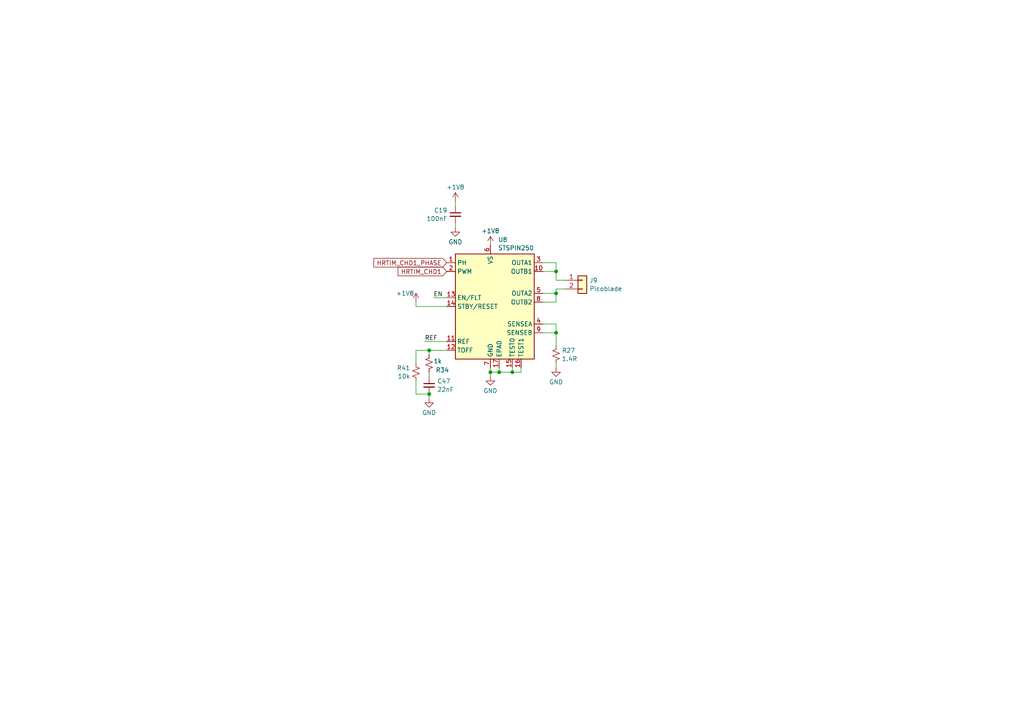
<source format=kicad_sch>
(kicad_sch (version 20230121) (generator eeschema)

  (uuid 061d1dac-13ef-4e74-8fff-89726c2aa872)

  (paper "A4")

  (lib_symbols
    (symbol "Connector_Generic:Conn_01x02" (pin_names (offset 1.016) hide) (in_bom yes) (on_board yes)
      (property "Reference" "J" (at 0 2.54 0)
        (effects (font (size 1.27 1.27)))
      )
      (property "Value" "Conn_01x02" (at 0 -5.08 0)
        (effects (font (size 1.27 1.27)))
      )
      (property "Footprint" "" (at 0 0 0)
        (effects (font (size 1.27 1.27)) hide)
      )
      (property "Datasheet" "~" (at 0 0 0)
        (effects (font (size 1.27 1.27)) hide)
      )
      (property "ki_keywords" "connector" (at 0 0 0)
        (effects (font (size 1.27 1.27)) hide)
      )
      (property "ki_description" "Generic connector, single row, 01x02, script generated (kicad-library-utils/schlib/autogen/connector/)" (at 0 0 0)
        (effects (font (size 1.27 1.27)) hide)
      )
      (property "ki_fp_filters" "Connector*:*_1x??_*" (at 0 0 0)
        (effects (font (size 1.27 1.27)) hide)
      )
      (symbol "Conn_01x02_1_1"
        (rectangle (start -1.27 -2.413) (end 0 -2.667)
          (stroke (width 0.1524) (type default))
          (fill (type none))
        )
        (rectangle (start -1.27 0.127) (end 0 -0.127)
          (stroke (width 0.1524) (type default))
          (fill (type none))
        )
        (rectangle (start -1.27 1.27) (end 1.27 -3.81)
          (stroke (width 0.254) (type default))
          (fill (type background))
        )
        (pin passive line (at -5.08 0 0) (length 3.81)
          (name "Pin_1" (effects (font (size 1.27 1.27))))
          (number "1" (effects (font (size 1.27 1.27))))
        )
        (pin passive line (at -5.08 -2.54 0) (length 3.81)
          (name "Pin_2" (effects (font (size 1.27 1.27))))
          (number "2" (effects (font (size 1.27 1.27))))
        )
      )
    )
    (symbol "Device:C_Small" (pin_numbers hide) (pin_names (offset 0.254) hide) (in_bom yes) (on_board yes)
      (property "Reference" "C" (at 0.254 1.778 0)
        (effects (font (size 1.27 1.27)) (justify left))
      )
      (property "Value" "C_Small" (at 0.254 -2.032 0)
        (effects (font (size 1.27 1.27)) (justify left))
      )
      (property "Footprint" "" (at 0 0 0)
        (effects (font (size 1.27 1.27)) hide)
      )
      (property "Datasheet" "~" (at 0 0 0)
        (effects (font (size 1.27 1.27)) hide)
      )
      (property "ki_keywords" "capacitor cap" (at 0 0 0)
        (effects (font (size 1.27 1.27)) hide)
      )
      (property "ki_description" "Unpolarized capacitor, small symbol" (at 0 0 0)
        (effects (font (size 1.27 1.27)) hide)
      )
      (property "ki_fp_filters" "C_*" (at 0 0 0)
        (effects (font (size 1.27 1.27)) hide)
      )
      (symbol "C_Small_0_1"
        (polyline
          (pts
            (xy -1.524 -0.508)
            (xy 1.524 -0.508)
          )
          (stroke (width 0.3302) (type default))
          (fill (type none))
        )
        (polyline
          (pts
            (xy -1.524 0.508)
            (xy 1.524 0.508)
          )
          (stroke (width 0.3048) (type default))
          (fill (type none))
        )
      )
      (symbol "C_Small_1_1"
        (pin passive line (at 0 2.54 270) (length 2.032)
          (name "~" (effects (font (size 1.27 1.27))))
          (number "1" (effects (font (size 1.27 1.27))))
        )
        (pin passive line (at 0 -2.54 90) (length 2.032)
          (name "~" (effects (font (size 1.27 1.27))))
          (number "2" (effects (font (size 1.27 1.27))))
        )
      )
    )
    (symbol "Device:R_Small_US" (pin_numbers hide) (pin_names (offset 0.254) hide) (in_bom yes) (on_board yes)
      (property "Reference" "R" (at 0.762 0.508 0)
        (effects (font (size 1.27 1.27)) (justify left))
      )
      (property "Value" "R_Small_US" (at 0.762 -1.016 0)
        (effects (font (size 1.27 1.27)) (justify left))
      )
      (property "Footprint" "" (at 0 0 0)
        (effects (font (size 1.27 1.27)) hide)
      )
      (property "Datasheet" "~" (at 0 0 0)
        (effects (font (size 1.27 1.27)) hide)
      )
      (property "ki_keywords" "r resistor" (at 0 0 0)
        (effects (font (size 1.27 1.27)) hide)
      )
      (property "ki_description" "Resistor, small US symbol" (at 0 0 0)
        (effects (font (size 1.27 1.27)) hide)
      )
      (property "ki_fp_filters" "R_*" (at 0 0 0)
        (effects (font (size 1.27 1.27)) hide)
      )
      (symbol "R_Small_US_1_1"
        (polyline
          (pts
            (xy 0 0)
            (xy 1.016 -0.381)
            (xy 0 -0.762)
            (xy -1.016 -1.143)
            (xy 0 -1.524)
          )
          (stroke (width 0) (type default))
          (fill (type none))
        )
        (polyline
          (pts
            (xy 0 1.524)
            (xy 1.016 1.143)
            (xy 0 0.762)
            (xy -1.016 0.381)
            (xy 0 0)
          )
          (stroke (width 0) (type default))
          (fill (type none))
        )
        (pin passive line (at 0 2.54 270) (length 1.016)
          (name "~" (effects (font (size 1.27 1.27))))
          (number "1" (effects (font (size 1.27 1.27))))
        )
        (pin passive line (at 0 -2.54 90) (length 1.016)
          (name "~" (effects (font (size 1.27 1.27))))
          (number "2" (effects (font (size 1.27 1.27))))
        )
      )
    )
    (symbol "components_2:STSPIN250" (in_bom yes) (on_board yes)
      (property "Reference" "U" (at 6.35 21.59 0)
        (effects (font (size 1.27 1.27)))
      )
      (property "Value" "STSPIN250" (at 11.43 19.05 0)
        (effects (font (size 1.27 1.27)))
      )
      (property "Footprint" "" (at 0 24.13 0)
        (effects (font (size 1.27 1.27)) hide)
      )
      (property "Datasheet" "" (at 0 24.13 0)
        (effects (font (size 1.27 1.27)) hide)
      )
      (symbol "STSPIN250_0_1"
        (rectangle (start -10.16 15.24) (end 12.7 -15.24)
          (stroke (width 0.254) (type default))
          (fill (type background))
        )
      )
      (symbol "STSPIN250_1_1"
        (pin input line (at -12.7 12.7 0) (length 2.54)
          (name "PH" (effects (font (size 1.27 1.27))))
          (number "1" (effects (font (size 1.27 1.27))))
        )
        (pin power_out line (at 15.24 10.16 180) (length 2.54)
          (name "OUTB1" (effects (font (size 1.27 1.27))))
          (number "10" (effects (font (size 1.27 1.27))))
        )
        (pin input line (at -12.7 -10.16 0) (length 2.54)
          (name "REF" (effects (font (size 1.27 1.27))))
          (number "11" (effects (font (size 1.27 1.27))))
        )
        (pin input line (at -12.7 -12.7 0) (length 2.54)
          (name "TOFF" (effects (font (size 1.27 1.27))))
          (number "12" (effects (font (size 1.27 1.27))))
        )
        (pin bidirectional line (at -12.7 2.54 0) (length 2.54)
          (name "EN/FLT" (effects (font (size 1.27 1.27))))
          (number "13" (effects (font (size 1.27 1.27))))
        )
        (pin input line (at -12.7 0 0) (length 2.54)
          (name "STBY/RESET" (effects (font (size 1.27 1.27))))
          (number "14" (effects (font (size 1.27 1.27))))
        )
        (pin input line (at 6.35 -17.78 90) (length 2.54)
          (name "TEST0" (effects (font (size 1.27 1.27))))
          (number "15" (effects (font (size 1.27 1.27))))
        )
        (pin input line (at 8.89 -17.78 90) (length 2.54)
          (name "TEST1" (effects (font (size 1.27 1.27))))
          (number "16" (effects (font (size 1.27 1.27))))
        )
        (pin power_in line (at 2.54 -17.78 90) (length 2.54)
          (name "EPAD" (effects (font (size 1.27 1.27))))
          (number "17" (effects (font (size 1.27 1.27))))
        )
        (pin input line (at -12.7 10.16 0) (length 2.54)
          (name "PWM" (effects (font (size 1.27 1.27))))
          (number "2" (effects (font (size 1.27 1.27))))
        )
        (pin power_out line (at 15.24 12.7 180) (length 2.54)
          (name "OUTA1" (effects (font (size 1.27 1.27))))
          (number "3" (effects (font (size 1.27 1.27))))
        )
        (pin power_out line (at 15.24 -5.08 180) (length 2.54)
          (name "SENSEA" (effects (font (size 1.27 1.27))))
          (number "4" (effects (font (size 1.27 1.27))))
        )
        (pin power_out line (at 15.24 3.81 180) (length 2.54)
          (name "OUTA2" (effects (font (size 1.27 1.27))))
          (number "5" (effects (font (size 1.27 1.27))))
        )
        (pin power_in line (at 0 17.78 270) (length 2.54)
          (name "VS" (effects (font (size 1.27 1.27))))
          (number "6" (effects (font (size 1.27 1.27))))
        )
        (pin power_in line (at 0 -17.78 90) (length 2.54)
          (name "GND" (effects (font (size 1.27 1.27))))
          (number "7" (effects (font (size 1.27 1.27))))
        )
        (pin power_out line (at 15.24 1.27 180) (length 2.54)
          (name "OUTB2" (effects (font (size 1.27 1.27))))
          (number "8" (effects (font (size 1.27 1.27))))
        )
        (pin power_out line (at 15.24 -7.62 180) (length 2.54)
          (name "SENSEB" (effects (font (size 1.27 1.27))))
          (number "9" (effects (font (size 1.27 1.27))))
        )
      )
    )
    (symbol "power:+1V8" (power) (pin_names (offset 0)) (in_bom yes) (on_board yes)
      (property "Reference" "#PWR" (at 0 -3.81 0)
        (effects (font (size 1.27 1.27)) hide)
      )
      (property "Value" "+1V8" (at 0 3.556 0)
        (effects (font (size 1.27 1.27)))
      )
      (property "Footprint" "" (at 0 0 0)
        (effects (font (size 1.27 1.27)) hide)
      )
      (property "Datasheet" "" (at 0 0 0)
        (effects (font (size 1.27 1.27)) hide)
      )
      (property "ki_keywords" "global power" (at 0 0 0)
        (effects (font (size 1.27 1.27)) hide)
      )
      (property "ki_description" "Power symbol creates a global label with name \"+1V8\"" (at 0 0 0)
        (effects (font (size 1.27 1.27)) hide)
      )
      (symbol "+1V8_0_1"
        (polyline
          (pts
            (xy -0.762 1.27)
            (xy 0 2.54)
          )
          (stroke (width 0) (type default))
          (fill (type none))
        )
        (polyline
          (pts
            (xy 0 0)
            (xy 0 2.54)
          )
          (stroke (width 0) (type default))
          (fill (type none))
        )
        (polyline
          (pts
            (xy 0 2.54)
            (xy 0.762 1.27)
          )
          (stroke (width 0) (type default))
          (fill (type none))
        )
      )
      (symbol "+1V8_1_1"
        (pin power_in line (at 0 0 90) (length 0) hide
          (name "+1V8" (effects (font (size 1.27 1.27))))
          (number "1" (effects (font (size 1.27 1.27))))
        )
      )
    )
    (symbol "power:GND" (power) (pin_names (offset 0)) (in_bom yes) (on_board yes)
      (property "Reference" "#PWR" (at 0 -6.35 0)
        (effects (font (size 1.27 1.27)) hide)
      )
      (property "Value" "GND" (at 0 -3.81 0)
        (effects (font (size 1.27 1.27)))
      )
      (property "Footprint" "" (at 0 0 0)
        (effects (font (size 1.27 1.27)) hide)
      )
      (property "Datasheet" "" (at 0 0 0)
        (effects (font (size 1.27 1.27)) hide)
      )
      (property "ki_keywords" "global power" (at 0 0 0)
        (effects (font (size 1.27 1.27)) hide)
      )
      (property "ki_description" "Power symbol creates a global label with name \"GND\" , ground" (at 0 0 0)
        (effects (font (size 1.27 1.27)) hide)
      )
      (symbol "GND_0_1"
        (polyline
          (pts
            (xy 0 0)
            (xy 0 -1.27)
            (xy 1.27 -1.27)
            (xy 0 -2.54)
            (xy -1.27 -1.27)
            (xy 0 -1.27)
          )
          (stroke (width 0) (type default))
          (fill (type none))
        )
      )
      (symbol "GND_1_1"
        (pin power_in line (at 0 0 270) (length 0) hide
          (name "GND" (effects (font (size 1.27 1.27))))
          (number "1" (effects (font (size 1.27 1.27))))
        )
      )
    )
  )

  (junction (at 161.29 85.09) (diameter 0) (color 0 0 0 0)
    (uuid 00bff86d-15f3-4caf-ab15-0b344e4bfc28)
  )
  (junction (at 161.29 96.52) (diameter 0) (color 0 0 0 0)
    (uuid 247c375d-dfd0-44d8-b620-e69e8d24488f)
  )
  (junction (at 124.46 101.6) (diameter 0) (color 0 0 0 0)
    (uuid 35a114bd-5b50-430a-a375-b0934dfffbba)
  )
  (junction (at 144.78 107.95) (diameter 0) (color 0 0 0 0)
    (uuid 382185ad-532e-4416-a4aa-c830e3902308)
  )
  (junction (at 161.29 78.74) (diameter 0) (color 0 0 0 0)
    (uuid 5254d6b6-a701-45d5-b10e-036e0c88c999)
  )
  (junction (at 124.46 114.3) (diameter 0) (color 0 0 0 0)
    (uuid 5a103096-edbd-45db-85aa-47a87f1028b8)
  )
  (junction (at 148.59 107.95) (diameter 0) (color 0 0 0 0)
    (uuid 77996858-584c-4e46-9fe7-a8c808197c2b)
  )
  (junction (at 142.24 107.95) (diameter 0) (color 0 0 0 0)
    (uuid b0fac499-5f09-491e-ad10-2c2a20081641)
  )

  (wire (pts (xy 161.29 96.52) (xy 161.29 100.33))
    (stroke (width 0) (type default))
    (uuid 0146f9f8-5cf6-4e67-9724-58f2b019500d)
  )
  (wire (pts (xy 132.08 58.42) (xy 132.08 59.69))
    (stroke (width 0) (type default))
    (uuid 01641772-4b1c-4d22-9859-392bd55d47b2)
  )
  (wire (pts (xy 161.29 93.98) (xy 161.29 96.52))
    (stroke (width 0) (type default))
    (uuid 05907b0b-f03e-4891-8fdf-6657b230eb68)
  )
  (wire (pts (xy 144.78 107.95) (xy 148.59 107.95))
    (stroke (width 0) (type default))
    (uuid 082753a2-ba0c-4665-a74e-8d5a94e474dd)
  )
  (wire (pts (xy 161.29 78.74) (xy 161.29 81.28))
    (stroke (width 0) (type default))
    (uuid 0b09bafa-a13e-4eed-b8dd-f2876a8ed19a)
  )
  (wire (pts (xy 161.29 83.82) (xy 161.29 85.09))
    (stroke (width 0) (type default))
    (uuid 112cd879-081b-4a55-9c24-9de8f6857ded)
  )
  (wire (pts (xy 151.13 107.95) (xy 151.13 106.68))
    (stroke (width 0) (type default))
    (uuid 268d6d92-7210-4270-a089-a1e8895065cb)
  )
  (wire (pts (xy 144.78 107.95) (xy 144.78 106.68))
    (stroke (width 0) (type default))
    (uuid 3115bc8c-57bd-491e-9172-39d96fe14462)
  )
  (wire (pts (xy 148.59 107.95) (xy 148.59 106.68))
    (stroke (width 0) (type default))
    (uuid 32d8cf2f-b744-4464-9c43-1be9d2eddf52)
  )
  (wire (pts (xy 148.59 107.95) (xy 151.13 107.95))
    (stroke (width 0) (type default))
    (uuid 39a13d48-276f-4003-90b8-87b2a188fc39)
  )
  (wire (pts (xy 142.24 107.95) (xy 142.24 109.22))
    (stroke (width 0) (type default))
    (uuid 4282db5c-6948-40c7-83e8-e8e5124ec6a7)
  )
  (wire (pts (xy 120.65 101.6) (xy 120.65 105.41))
    (stroke (width 0) (type default))
    (uuid 48acfd6d-9cc5-4285-9f59-7fd08222bfb3)
  )
  (wire (pts (xy 120.65 114.3) (xy 124.46 114.3))
    (stroke (width 0) (type default))
    (uuid 49243037-d8f7-4da6-a26d-61d034443a50)
  )
  (wire (pts (xy 161.29 76.2) (xy 161.29 78.74))
    (stroke (width 0) (type default))
    (uuid 5118cc3d-c455-4176-841a-876bc9f6ba8c)
  )
  (wire (pts (xy 124.46 101.6) (xy 129.54 101.6))
    (stroke (width 0) (type default))
    (uuid 757b4e35-42f4-45de-8177-13f021c4cd96)
  )
  (wire (pts (xy 161.29 105.41) (xy 161.29 106.68))
    (stroke (width 0) (type default))
    (uuid 7aa830fb-0fee-49b7-a805-d0b72b71bab5)
  )
  (wire (pts (xy 157.48 96.52) (xy 161.29 96.52))
    (stroke (width 0) (type default))
    (uuid 88e80ef8-d6bf-4108-8279-e319665d0a9b)
  )
  (wire (pts (xy 157.48 76.2) (xy 161.29 76.2))
    (stroke (width 0) (type default))
    (uuid 8dfee55a-8cf6-4cf0-bb9b-684746679b60)
  )
  (wire (pts (xy 125.73 86.36) (xy 129.54 86.36))
    (stroke (width 0) (type default))
    (uuid 8f0b66c5-9310-4096-8e7e-6e4f629dfaa6)
  )
  (wire (pts (xy 161.29 81.28) (xy 163.83 81.28))
    (stroke (width 0) (type default))
    (uuid 9e49eb93-54d1-49aa-8f18-2efb050ca847)
  )
  (wire (pts (xy 120.65 88.9) (xy 129.54 88.9))
    (stroke (width 0) (type default))
    (uuid a013f045-412d-4d60-a1ff-dfc813404d8d)
  )
  (wire (pts (xy 124.46 107.95) (xy 124.46 109.22))
    (stroke (width 0) (type default))
    (uuid a2c92123-49d7-4aff-8602-5427dae7fef1)
  )
  (wire (pts (xy 157.48 93.98) (xy 161.29 93.98))
    (stroke (width 0) (type default))
    (uuid a86778ef-72dc-4cbd-879f-244b0b188858)
  )
  (wire (pts (xy 123.19 99.06) (xy 129.54 99.06))
    (stroke (width 0) (type default))
    (uuid ac02db8c-5519-4ebc-b575-510296a09e0d)
  )
  (wire (pts (xy 161.29 85.09) (xy 157.48 85.09))
    (stroke (width 0) (type default))
    (uuid ad0c563a-38d1-4618-a761-62a6c5b94cfa)
  )
  (wire (pts (xy 124.46 101.6) (xy 124.46 102.87))
    (stroke (width 0) (type default))
    (uuid b3490822-552c-4594-8999-6cf76e5d566c)
  )
  (wire (pts (xy 132.08 64.77) (xy 132.08 66.04))
    (stroke (width 0) (type default))
    (uuid be2e38c3-2234-4e4a-ba3d-fc84813546d3)
  )
  (wire (pts (xy 157.48 87.63) (xy 161.29 87.63))
    (stroke (width 0) (type default))
    (uuid c8858535-4ffa-4878-9793-3f1251f12d30)
  )
  (wire (pts (xy 120.65 87.63) (xy 120.65 88.9))
    (stroke (width 0) (type default))
    (uuid cd1df95e-a40e-43cb-b2e4-84e1a30acf6d)
  )
  (wire (pts (xy 161.29 85.09) (xy 161.29 87.63))
    (stroke (width 0) (type default))
    (uuid cfc463a8-0766-4c38-8970-08f301dc2efa)
  )
  (wire (pts (xy 163.83 83.82) (xy 161.29 83.82))
    (stroke (width 0) (type default))
    (uuid d50b6b1d-053d-4306-9637-7b0713f058bb)
  )
  (wire (pts (xy 124.46 115.57) (xy 124.46 114.3))
    (stroke (width 0) (type default))
    (uuid d7ddc62a-020a-42fb-8456-5b5abbc9d290)
  )
  (wire (pts (xy 142.24 107.95) (xy 144.78 107.95))
    (stroke (width 0) (type default))
    (uuid deeef813-6653-4e9c-970e-c1d6c0ff9821)
  )
  (wire (pts (xy 120.65 101.6) (xy 124.46 101.6))
    (stroke (width 0) (type default))
    (uuid e9c572fc-9e65-49af-ab9a-d4581a00474f)
  )
  (wire (pts (xy 157.48 78.74) (xy 161.29 78.74))
    (stroke (width 0) (type default))
    (uuid f7f5d52e-cfbd-463c-9d07-a923460f885c)
  )
  (wire (pts (xy 120.65 110.49) (xy 120.65 114.3))
    (stroke (width 0) (type default))
    (uuid fd2716d4-e3d6-4529-91a0-55eac91f1716)
  )
  (wire (pts (xy 142.24 106.68) (xy 142.24 107.95))
    (stroke (width 0) (type default))
    (uuid ffa57a52-8944-4011-a006-83c9a7ce46df)
  )

  (label "EN" (at 125.73 86.36 0) (fields_autoplaced)
    (effects (font (size 1.27 1.27)) (justify left bottom))
    (uuid 1beed377-2197-4957-9013-8e30e59d5db7)
  )
  (label "REF" (at 123.19 99.06 0) (fields_autoplaced)
    (effects (font (size 1.27 1.27)) (justify left bottom))
    (uuid 2b11287f-d2b1-4661-9b25-56ed723398a7)
  )

  (global_label "HRTIM_CHD1_PHASE" (shape input) (at 129.54 76.2 180) (fields_autoplaced)
    (effects (font (size 1.27 1.27)) (justify right))
    (uuid b207a61c-1562-4c15-b2aa-ffb3dbccaa31)
    (property "Intersheetrefs" "${INTERSHEET_REFS}" (at 107.8677 76.2 0)
      (effects (font (size 1.27 1.27)) (justify right) hide)
    )
  )
  (global_label "HRTIM_CHD1" (shape input) (at 129.54 78.74 180) (fields_autoplaced)
    (effects (font (size 1.27 1.27)) (justify right))
    (uuid b6fb175e-f789-4c41-9814-c4854a33552c)
    (property "Intersheetrefs" "${INTERSHEET_REFS}" (at 114.8829 78.74 0)
      (effects (font (size 1.27 1.27)) (justify right) hide)
    )
  )

  (symbol (lib_id "Device:C_Small") (at 124.46 111.76 0) (unit 1)
    (in_bom yes) (on_board yes) (dnp no)
    (uuid 1108b304-1478-4d00-8c09-93600b555d62)
    (property "Reference" "C47" (at 126.7841 110.5542 0)
      (effects (font (size 1.27 1.27)) (justify left))
    )
    (property "Value" "22nF" (at 126.7841 112.9784 0)
      (effects (font (size 1.27 1.27)) (justify left))
    )
    (property "Footprint" "Capacitor_SMD:C_0402_1005Metric" (at 124.46 111.76 0)
      (effects (font (size 1.27 1.27)) hide)
    )
    (property "Datasheet" "~" (at 124.46 111.76 0)
      (effects (font (size 1.27 1.27)) hide)
    )
    (property "LCSC" "C1532" (at 124.46 111.76 0)
      (effects (font (size 1.27 1.27)) hide)
    )
    (pin "1" (uuid d8d1d52b-146d-44ca-acb9-692272bd9305))
    (pin "2" (uuid 28bab39e-dab1-4eb7-bc68-53a6c9e6e4d6))
    (instances
      (project "KASM_PCB_REV1"
        (path "/bcd76057-59fd-41c5-bb52-9bafb2ef74e0/04e958db-aa3d-41e7-905b-1283accbf3a5"
          (reference "C47") (unit 1)
        )
        (path "/bcd76057-59fd-41c5-bb52-9bafb2ef74e0/04e958db-aa3d-41e7-905b-1283accbf3a5/399e6c3a-0d0b-468a-ae13-d28366d5382d"
          (reference "C47") (unit 1)
        )
        (path "/bcd76057-59fd-41c5-bb52-9bafb2ef74e0/04e958db-aa3d-41e7-905b-1283accbf3a5/4a45777b-02b0-4805-b528-0292eba7c68d"
          (reference "C95") (unit 1)
        )
      )
    )
  )

  (symbol (lib_id "components_2:STSPIN250") (at 142.24 88.9 0) (unit 1)
    (in_bom yes) (on_board yes) (dnp no) (fields_autoplaced)
    (uuid 359dab43-1b20-4d27-9494-d47f823a8379)
    (property "Reference" "U8" (at 144.4341 69.5157 0)
      (effects (font (size 1.27 1.27)) (justify left))
    )
    (property "Value" "STSPIN250" (at 144.4341 71.9399 0)
      (effects (font (size 1.27 1.27)) (justify left))
    )
    (property "Footprint" "Ultra_librarian:VFQFPN16_STSPIN_STM" (at 142.24 64.77 0)
      (effects (font (size 1.27 1.27)) hide)
    )
    (property "Datasheet" "" (at 142.24 64.77 0)
      (effects (font (size 1.27 1.27)) hide)
    )
    (property "LCSC" "C155561" (at 142.24 88.9 0)
      (effects (font (size 1.27 1.27)) hide)
    )
    (pin "1" (uuid 0e947ec8-e64d-42a7-99e6-9bae1d87e008))
    (pin "10" (uuid 0557f049-5d70-44dd-908b-1eff7fe77d33))
    (pin "11" (uuid be2bc9be-a9fa-4e21-b42f-00f8eb103f11))
    (pin "12" (uuid c9233b08-fe7e-4fff-aceb-b71eb9ab25bc))
    (pin "13" (uuid 099c87ed-9409-42b6-8e3c-b9d87a93003f))
    (pin "14" (uuid 0f3d47c2-b43f-466d-adcb-2efccbf6bc5d))
    (pin "15" (uuid 71900961-63ee-40fa-a330-0cb7174329ae))
    (pin "16" (uuid 9b6039a2-6337-41c7-bf95-0b4bc01a62a6))
    (pin "17" (uuid e98062f7-6310-419f-ad07-081bd156c85f))
    (pin "2" (uuid 7080c77b-2fa2-4c75-88cd-477b98d0b1ac))
    (pin "3" (uuid c0a61cc5-7ff2-4e47-80b4-e498a0b6db24))
    (pin "4" (uuid f1ef8041-86de-41c6-8333-717162342586))
    (pin "5" (uuid caa8c98e-8c65-4e39-b1cc-00346a28c0f7))
    (pin "6" (uuid 46c3bc3b-0267-4cfa-b26c-39edb61e56c5))
    (pin "7" (uuid e4d46b6b-73b0-47bf-8c00-e46d34dacfd9))
    (pin "8" (uuid f5c348af-f2b5-425b-b1a6-8d269247282c))
    (pin "9" (uuid 8535e422-bd16-4e98-a5be-564324c625de))
    (instances
      (project "KASM_PCB_REV1"
        (path "/bcd76057-59fd-41c5-bb52-9bafb2ef74e0/04e958db-aa3d-41e7-905b-1283accbf3a5"
          (reference "U8") (unit 1)
        )
        (path "/bcd76057-59fd-41c5-bb52-9bafb2ef74e0/04e958db-aa3d-41e7-905b-1283accbf3a5/399e6c3a-0d0b-468a-ae13-d28366d5382d"
          (reference "U5") (unit 1)
        )
        (path "/bcd76057-59fd-41c5-bb52-9bafb2ef74e0/04e958db-aa3d-41e7-905b-1283accbf3a5/4a45777b-02b0-4805-b528-0292eba7c68d"
          (reference "U8") (unit 1)
        )
      )
    )
  )

  (symbol (lib_id "Connector_Generic:Conn_01x02") (at 168.91 81.28 0) (unit 1)
    (in_bom yes) (on_board yes) (dnp no) (fields_autoplaced)
    (uuid 37c543f8-9004-45a8-b696-0277375be12c)
    (property "Reference" "J9" (at 170.942 81.3379 0)
      (effects (font (size 1.27 1.27)) (justify left))
    )
    (property "Value" "Picoblade" (at 170.942 83.7621 0)
      (effects (font (size 1.27 1.27)) (justify left))
    )
    (property "Footprint" "Connector_Molex:Molex_PicoBlade_53047-0210_1x02_P1.25mm_Vertical" (at 168.91 81.28 0)
      (effects (font (size 1.27 1.27)) hide)
    )
    (property "Datasheet" "~" (at 168.91 81.28 0)
      (effects (font (size 1.27 1.27)) hide)
    )
    (pin "1" (uuid 965aff88-101b-49a6-ad97-026785c02113))
    (pin "2" (uuid a610a6f0-73a5-40c5-b8b4-db76c2676485))
    (instances
      (project "KASM_PCB_REV1"
        (path "/bcd76057-59fd-41c5-bb52-9bafb2ef74e0/04e958db-aa3d-41e7-905b-1283accbf3a5"
          (reference "J9") (unit 1)
        )
        (path "/bcd76057-59fd-41c5-bb52-9bafb2ef74e0/04e958db-aa3d-41e7-905b-1283accbf3a5/399e6c3a-0d0b-468a-ae13-d28366d5382d"
          (reference "J9") (unit 1)
        )
        (path "/bcd76057-59fd-41c5-bb52-9bafb2ef74e0/04e958db-aa3d-41e7-905b-1283accbf3a5/4a45777b-02b0-4805-b528-0292eba7c68d"
          (reference "J35") (unit 1)
        )
      )
    )
  )

  (symbol (lib_id "power:+1V8") (at 142.24 71.12 0) (unit 1)
    (in_bom yes) (on_board yes) (dnp no) (fields_autoplaced)
    (uuid 41195bff-7156-47c3-8d43-3e6c543bfe83)
    (property "Reference" "#PWR030" (at 142.24 74.93 0)
      (effects (font (size 1.27 1.27)) hide)
    )
    (property "Value" "+1V8" (at 142.24 66.9869 0)
      (effects (font (size 1.27 1.27)))
    )
    (property "Footprint" "" (at 142.24 71.12 0)
      (effects (font (size 1.27 1.27)) hide)
    )
    (property "Datasheet" "" (at 142.24 71.12 0)
      (effects (font (size 1.27 1.27)) hide)
    )
    (pin "1" (uuid acbdc44e-8648-4902-8a70-2f3a272322fd))
    (instances
      (project "KASM_PCB_REV1"
        (path "/bcd76057-59fd-41c5-bb52-9bafb2ef74e0/9f28d78d-ca42-4041-9be6-b996c46b4a0a"
          (reference "#PWR030") (unit 1)
        )
        (path "/bcd76057-59fd-41c5-bb52-9bafb2ef74e0/04e958db-aa3d-41e7-905b-1283accbf3a5"
          (reference "#PWR081") (unit 1)
        )
        (path "/bcd76057-59fd-41c5-bb52-9bafb2ef74e0/04e958db-aa3d-41e7-905b-1283accbf3a5/399e6c3a-0d0b-468a-ae13-d28366d5382d"
          (reference "#PWR075") (unit 1)
        )
        (path "/bcd76057-59fd-41c5-bb52-9bafb2ef74e0/04e958db-aa3d-41e7-905b-1283accbf3a5/4a45777b-02b0-4805-b528-0292eba7c68d"
          (reference "#PWR0258") (unit 1)
        )
      )
    )
  )

  (symbol (lib_id "Device:R_Small_US") (at 124.46 105.41 0) (mirror y) (unit 1)
    (in_bom yes) (on_board yes) (dnp no)
    (uuid 49d7222d-23ae-4ce1-8ddc-900275fd2bbe)
    (property "Reference" "R34" (at 126.365 107.315 0)
      (effects (font (size 1.27 1.27)) (justify right))
    )
    (property "Value" "1k" (at 125.73 104.775 0)
      (effects (font (size 1.27 1.27)) (justify right))
    )
    (property "Footprint" "Resistor_SMD:R_0402_1005Metric" (at 124.46 105.41 0)
      (effects (font (size 1.27 1.27)) hide)
    )
    (property "Datasheet" "~" (at 124.46 105.41 0)
      (effects (font (size 1.27 1.27)) hide)
    )
    (property "LCSC" "C11702" (at 124.46 105.41 0)
      (effects (font (size 1.27 1.27)) hide)
    )
    (pin "1" (uuid 153de49a-1dd2-44e8-8904-7b5ed2f35a50))
    (pin "2" (uuid cf603e21-6a30-4f6e-80ca-0361beec2ba8))
    (instances
      (project "KASM_PCB_REV1"
        (path "/bcd76057-59fd-41c5-bb52-9bafb2ef74e0/04e958db-aa3d-41e7-905b-1283accbf3a5"
          (reference "R34") (unit 1)
        )
        (path "/bcd76057-59fd-41c5-bb52-9bafb2ef74e0/04e958db-aa3d-41e7-905b-1283accbf3a5/399e6c3a-0d0b-468a-ae13-d28366d5382d"
          (reference "R34") (unit 1)
        )
        (path "/bcd76057-59fd-41c5-bb52-9bafb2ef74e0/04e958db-aa3d-41e7-905b-1283accbf3a5/4a45777b-02b0-4805-b528-0292eba7c68d"
          (reference "R109") (unit 1)
        )
      )
    )
  )

  (symbol (lib_id "power:GND") (at 132.08 66.04 0) (unit 1)
    (in_bom yes) (on_board yes) (dnp no)
    (uuid 53071a2b-ec48-4c2a-8b36-961ea7fd4de7)
    (property "Reference" "#PWR075" (at 132.08 72.39 0)
      (effects (font (size 1.27 1.27)) hide)
    )
    (property "Value" "GND" (at 132.08 70.1731 0)
      (effects (font (size 1.27 1.27)))
    )
    (property "Footprint" "" (at 132.08 66.04 0)
      (effects (font (size 1.27 1.27)) hide)
    )
    (property "Datasheet" "" (at 132.08 66.04 0)
      (effects (font (size 1.27 1.27)) hide)
    )
    (pin "1" (uuid c84be37c-a258-4b84-ab4b-3f276ccf1e8e))
    (instances
      (project "KASM_PCB_REV1"
        (path "/bcd76057-59fd-41c5-bb52-9bafb2ef74e0/04e958db-aa3d-41e7-905b-1283accbf3a5"
          (reference "#PWR075") (unit 1)
        )
        (path "/bcd76057-59fd-41c5-bb52-9bafb2ef74e0/04e958db-aa3d-41e7-905b-1283accbf3a5/399e6c3a-0d0b-468a-ae13-d28366d5382d"
          (reference "#PWR068") (unit 1)
        )
        (path "/bcd76057-59fd-41c5-bb52-9bafb2ef74e0/04e958db-aa3d-41e7-905b-1283accbf3a5/4a45777b-02b0-4805-b528-0292eba7c68d"
          (reference "#PWR0257") (unit 1)
        )
      )
    )
  )

  (symbol (lib_id "power:GND") (at 161.29 106.68 0) (unit 1)
    (in_bom yes) (on_board yes) (dnp no)
    (uuid 6e86975a-484f-4323-b2fd-dc1d4ea96304)
    (property "Reference" "#PWR095" (at 161.29 113.03 0)
      (effects (font (size 1.27 1.27)) hide)
    )
    (property "Value" "GND" (at 161.29 110.8131 0)
      (effects (font (size 1.27 1.27)))
    )
    (property "Footprint" "" (at 161.29 106.68 0)
      (effects (font (size 1.27 1.27)) hide)
    )
    (property "Datasheet" "" (at 161.29 106.68 0)
      (effects (font (size 1.27 1.27)) hide)
    )
    (pin "1" (uuid 8cbb8b00-ecd0-4f92-95d5-bd10756a2582))
    (instances
      (project "KASM_PCB_REV1"
        (path "/bcd76057-59fd-41c5-bb52-9bafb2ef74e0/04e958db-aa3d-41e7-905b-1283accbf3a5"
          (reference "#PWR095") (unit 1)
        )
        (path "/bcd76057-59fd-41c5-bb52-9bafb2ef74e0/04e958db-aa3d-41e7-905b-1283accbf3a5/399e6c3a-0d0b-468a-ae13-d28366d5382d"
          (reference "#PWR088") (unit 1)
        )
        (path "/bcd76057-59fd-41c5-bb52-9bafb2ef74e0/04e958db-aa3d-41e7-905b-1283accbf3a5/4a45777b-02b0-4805-b528-0292eba7c68d"
          (reference "#PWR0260") (unit 1)
        )
      )
    )
  )

  (symbol (lib_id "power:GND") (at 124.46 115.57 0) (unit 1)
    (in_bom yes) (on_board yes) (dnp no)
    (uuid 7237a239-a45e-4db5-afb0-a6d5bd7e8397)
    (property "Reference" "#PWR0109" (at 124.46 121.92 0)
      (effects (font (size 1.27 1.27)) hide)
    )
    (property "Value" "GND" (at 124.46 119.7031 0)
      (effects (font (size 1.27 1.27)))
    )
    (property "Footprint" "" (at 124.46 115.57 0)
      (effects (font (size 1.27 1.27)) hide)
    )
    (property "Datasheet" "" (at 124.46 115.57 0)
      (effects (font (size 1.27 1.27)) hide)
    )
    (pin "1" (uuid 1ea0094d-67d0-4256-976d-30be6571b3fa))
    (instances
      (project "KASM_PCB_REV1"
        (path "/bcd76057-59fd-41c5-bb52-9bafb2ef74e0/04e958db-aa3d-41e7-905b-1283accbf3a5"
          (reference "#PWR0109") (unit 1)
        )
        (path "/bcd76057-59fd-41c5-bb52-9bafb2ef74e0/04e958db-aa3d-41e7-905b-1283accbf3a5/399e6c3a-0d0b-468a-ae13-d28366d5382d"
          (reference "#PWR0102") (unit 1)
        )
        (path "/bcd76057-59fd-41c5-bb52-9bafb2ef74e0/04e958db-aa3d-41e7-905b-1283accbf3a5/4a45777b-02b0-4805-b528-0292eba7c68d"
          (reference "#PWR0262") (unit 1)
        )
      )
    )
  )

  (symbol (lib_id "power:+1V8") (at 132.08 58.42 0) (unit 1)
    (in_bom yes) (on_board yes) (dnp no) (fields_autoplaced)
    (uuid 81fdc696-9256-4208-b00b-cac017bcce3f)
    (property "Reference" "#PWR030" (at 132.08 62.23 0)
      (effects (font (size 1.27 1.27)) hide)
    )
    (property "Value" "+1V8" (at 132.08 54.2869 0)
      (effects (font (size 1.27 1.27)))
    )
    (property "Footprint" "" (at 132.08 58.42 0)
      (effects (font (size 1.27 1.27)) hide)
    )
    (property "Datasheet" "" (at 132.08 58.42 0)
      (effects (font (size 1.27 1.27)) hide)
    )
    (pin "1" (uuid 53dd0e98-6979-443f-b308-d0ada65319eb))
    (instances
      (project "KASM_PCB_REV1"
        (path "/bcd76057-59fd-41c5-bb52-9bafb2ef74e0/9f28d78d-ca42-4041-9be6-b996c46b4a0a"
          (reference "#PWR030") (unit 1)
        )
        (path "/bcd76057-59fd-41c5-bb52-9bafb2ef74e0/04e958db-aa3d-41e7-905b-1283accbf3a5"
          (reference "#PWR068") (unit 1)
        )
        (path "/bcd76057-59fd-41c5-bb52-9bafb2ef74e0/04e958db-aa3d-41e7-905b-1283accbf3a5/399e6c3a-0d0b-468a-ae13-d28366d5382d"
          (reference "#PWR023") (unit 1)
        )
        (path "/bcd76057-59fd-41c5-bb52-9bafb2ef74e0/04e958db-aa3d-41e7-905b-1283accbf3a5/4a45777b-02b0-4805-b528-0292eba7c68d"
          (reference "#PWR0109") (unit 1)
        )
      )
    )
  )

  (symbol (lib_id "power:GND") (at 142.24 109.22 0) (unit 1)
    (in_bom yes) (on_board yes) (dnp no) (fields_autoplaced)
    (uuid 881d80bc-9b13-4670-a422-cc1dc7bc2120)
    (property "Reference" "#PWR0102" (at 142.24 115.57 0)
      (effects (font (size 1.27 1.27)) hide)
    )
    (property "Value" "GND" (at 142.24 113.3531 0)
      (effects (font (size 1.27 1.27)))
    )
    (property "Footprint" "" (at 142.24 109.22 0)
      (effects (font (size 1.27 1.27)) hide)
    )
    (property "Datasheet" "" (at 142.24 109.22 0)
      (effects (font (size 1.27 1.27)) hide)
    )
    (pin "1" (uuid 769359c8-ee4d-42d4-a149-622e486442dc))
    (instances
      (project "KASM_PCB_REV1"
        (path "/bcd76057-59fd-41c5-bb52-9bafb2ef74e0/04e958db-aa3d-41e7-905b-1283accbf3a5"
          (reference "#PWR0102") (unit 1)
        )
        (path "/bcd76057-59fd-41c5-bb52-9bafb2ef74e0/04e958db-aa3d-41e7-905b-1283accbf3a5/399e6c3a-0d0b-468a-ae13-d28366d5382d"
          (reference "#PWR095") (unit 1)
        )
        (path "/bcd76057-59fd-41c5-bb52-9bafb2ef74e0/04e958db-aa3d-41e7-905b-1283accbf3a5/4a45777b-02b0-4805-b528-0292eba7c68d"
          (reference "#PWR0261") (unit 1)
        )
      )
    )
  )

  (symbol (lib_id "Device:R_Small_US") (at 161.29 102.87 0) (mirror y) (unit 1)
    (in_bom yes) (on_board yes) (dnp no)
    (uuid 8fe385fa-2702-459d-be6b-4f0278535d2c)
    (property "Reference" "R27" (at 162.941 101.6579 0)
      (effects (font (size 1.27 1.27)) (justify right))
    )
    (property "Value" "1.4R" (at 162.941 104.0821 0)
      (effects (font (size 1.27 1.27)) (justify right))
    )
    (property "Footprint" "Resistor_SMD:R_1206_3216Metric" (at 161.29 102.87 0)
      (effects (font (size 1.27 1.27)) hide)
    )
    (property "Datasheet" "~" (at 161.29 102.87 0)
      (effects (font (size 1.27 1.27)) hide)
    )
    (property "LCSC" "C305315" (at 161.29 102.87 0)
      (effects (font (size 1.27 1.27)) hide)
    )
    (pin "1" (uuid 3ad751b5-d7ff-4c93-92db-11da21b7f7c8))
    (pin "2" (uuid e2e13067-6596-4d79-bbd3-d4ecc4df8c72))
    (instances
      (project "KASM_PCB_REV1"
        (path "/bcd76057-59fd-41c5-bb52-9bafb2ef74e0/04e958db-aa3d-41e7-905b-1283accbf3a5"
          (reference "R27") (unit 1)
        )
        (path "/bcd76057-59fd-41c5-bb52-9bafb2ef74e0/04e958db-aa3d-41e7-905b-1283accbf3a5/399e6c3a-0d0b-468a-ae13-d28366d5382d"
          (reference "R27") (unit 1)
        )
        (path "/bcd76057-59fd-41c5-bb52-9bafb2ef74e0/04e958db-aa3d-41e7-905b-1283accbf3a5/4a45777b-02b0-4805-b528-0292eba7c68d"
          (reference "R108") (unit 1)
        )
      )
    )
  )

  (symbol (lib_id "power:+1V8") (at 120.65 87.63 0) (unit 1)
    (in_bom yes) (on_board yes) (dnp no)
    (uuid 9e8c5078-f69b-495b-a069-aa6226d084d7)
    (property "Reference" "#PWR030" (at 120.65 91.44 0)
      (effects (font (size 1.27 1.27)) hide)
    )
    (property "Value" "+1V8" (at 117.475 85.09 0)
      (effects (font (size 1.27 1.27)))
    )
    (property "Footprint" "" (at 120.65 87.63 0)
      (effects (font (size 1.27 1.27)) hide)
    )
    (property "Datasheet" "" (at 120.65 87.63 0)
      (effects (font (size 1.27 1.27)) hide)
    )
    (pin "1" (uuid 864b1340-b619-4d4c-9b2f-976b1c54cf3f))
    (instances
      (project "KASM_PCB_REV1"
        (path "/bcd76057-59fd-41c5-bb52-9bafb2ef74e0/9f28d78d-ca42-4041-9be6-b996c46b4a0a"
          (reference "#PWR030") (unit 1)
        )
        (path "/bcd76057-59fd-41c5-bb52-9bafb2ef74e0/04e958db-aa3d-41e7-905b-1283accbf3a5"
          (reference "#PWR088") (unit 1)
        )
        (path "/bcd76057-59fd-41c5-bb52-9bafb2ef74e0/04e958db-aa3d-41e7-905b-1283accbf3a5/399e6c3a-0d0b-468a-ae13-d28366d5382d"
          (reference "#PWR081") (unit 1)
        )
        (path "/bcd76057-59fd-41c5-bb52-9bafb2ef74e0/04e958db-aa3d-41e7-905b-1283accbf3a5/4a45777b-02b0-4805-b528-0292eba7c68d"
          (reference "#PWR0259") (unit 1)
        )
      )
    )
  )

  (symbol (lib_id "Device:C_Small") (at 132.08 62.23 0) (mirror y) (unit 1)
    (in_bom yes) (on_board yes) (dnp no)
    (uuid be7e503c-4b4c-40e1-a6fb-dac8a775c2d0)
    (property "Reference" "C19" (at 129.7559 61.0242 0)
      (effects (font (size 1.27 1.27)) (justify left))
    )
    (property "Value" "100nF" (at 129.7559 63.4484 0)
      (effects (font (size 1.27 1.27)) (justify left))
    )
    (property "Footprint" "Capacitor_SMD:C_0402_1005Metric" (at 132.08 62.23 0)
      (effects (font (size 1.27 1.27)) hide)
    )
    (property "Datasheet" "~" (at 132.08 62.23 0)
      (effects (font (size 1.27 1.27)) hide)
    )
    (property "LCSC" "C1525" (at 132.08 62.23 0)
      (effects (font (size 1.27 1.27)) hide)
    )
    (pin "1" (uuid 156adf81-a9d2-4cbf-910b-a32c85782fdc))
    (pin "2" (uuid 6f4a4fa2-e4f8-4563-bba2-9cfc3c6a6084))
    (instances
      (project "KASM_PCB_REV1"
        (path "/bcd76057-59fd-41c5-bb52-9bafb2ef74e0/9f28d78d-ca42-4041-9be6-b996c46b4a0a"
          (reference "C19") (unit 1)
        )
        (path "/bcd76057-59fd-41c5-bb52-9bafb2ef74e0/da6e1dd6-6549-4588-8765-3ff657cbe17b"
          (reference "C1") (unit 1)
        )
        (path "/bcd76057-59fd-41c5-bb52-9bafb2ef74e0/04e958db-aa3d-41e7-905b-1283accbf3a5"
          (reference "C41") (unit 1)
        )
        (path "/bcd76057-59fd-41c5-bb52-9bafb2ef74e0/04e958db-aa3d-41e7-905b-1283accbf3a5/399e6c3a-0d0b-468a-ae13-d28366d5382d"
          (reference "C41") (unit 1)
        )
        (path "/bcd76057-59fd-41c5-bb52-9bafb2ef74e0/04e958db-aa3d-41e7-905b-1283accbf3a5/4a45777b-02b0-4805-b528-0292eba7c68d"
          (reference "C94") (unit 1)
        )
      )
    )
  )

  (symbol (lib_id "Device:R_Small_US") (at 120.65 107.95 0) (unit 1)
    (in_bom yes) (on_board yes) (dnp no)
    (uuid f919fbd1-f1ac-4808-a722-72db92b705ad)
    (property "Reference" "R41" (at 118.999 106.7379 0)
      (effects (font (size 1.27 1.27)) (justify right))
    )
    (property "Value" "10k" (at 118.999 109.1621 0)
      (effects (font (size 1.27 1.27)) (justify right))
    )
    (property "Footprint" "Resistor_SMD:R_0402_1005Metric" (at 120.65 107.95 0)
      (effects (font (size 1.27 1.27)) hide)
    )
    (property "Datasheet" "~" (at 120.65 107.95 0)
      (effects (font (size 1.27 1.27)) hide)
    )
    (property "LCSC" "C25744" (at 120.65 107.95 0)
      (effects (font (size 1.27 1.27)) hide)
    )
    (pin "1" (uuid 75ef3ef2-2faa-4f51-8e11-40e2de2c26cf))
    (pin "2" (uuid 0b07469e-be04-4745-908d-acee32ce2897))
    (instances
      (project "KASM_PCB_REV1"
        (path "/bcd76057-59fd-41c5-bb52-9bafb2ef74e0/04e958db-aa3d-41e7-905b-1283accbf3a5"
          (reference "R41") (unit 1)
        )
        (path "/bcd76057-59fd-41c5-bb52-9bafb2ef74e0/04e958db-aa3d-41e7-905b-1283accbf3a5/399e6c3a-0d0b-468a-ae13-d28366d5382d"
          (reference "R41") (unit 1)
        )
        (path "/bcd76057-59fd-41c5-bb52-9bafb2ef74e0/04e958db-aa3d-41e7-905b-1283accbf3a5/4a45777b-02b0-4805-b528-0292eba7c68d"
          (reference "R110") (unit 1)
        )
      )
    )
  )
)

</source>
